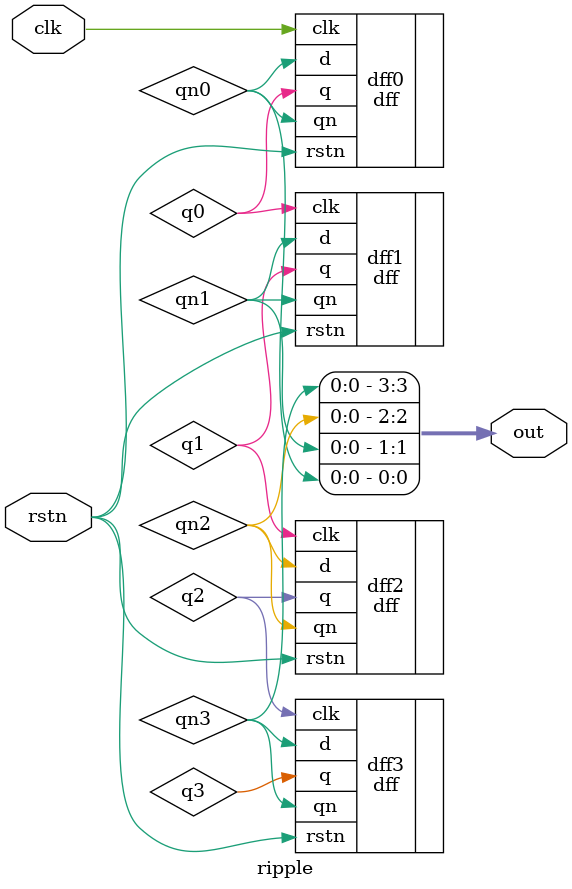
<source format=v>
`timescale 1ns / 1ps

module ripple( input clk,  
                input rstn,  
                output [3:0] out);  
   wire  q0;  
   wire  qn0;  
   wire  q1;  
   wire  qn1;  
   wire  q2;  
   wire  qn2;  
   wire  q3;  
   wire  qn3;  
  
   dff   dff0 ( .d (qn0),  
                .clk (clk),  
                .rstn (rstn),  
                .q (q0),  
                .qn (qn0));  
  
   dff   dff1 ( .d (qn1),  
                .clk (q0),  
                .rstn (rstn),  
                .q (q1),  
                .qn (qn1));  
   dff   dff2 ( .d (qn2),  
                .clk (q1),  
                .rstn (rstn),  
                .q (q2),  
                .qn (qn2));  
   dff   dff3 ( .d (qn3),  
                .clk (q2),  
                .rstn (rstn),  
                .q (q3),  
                .qn (qn3));  
   assign out = {qn3, qn2, qn1, qn0};  
endmodule  

</source>
